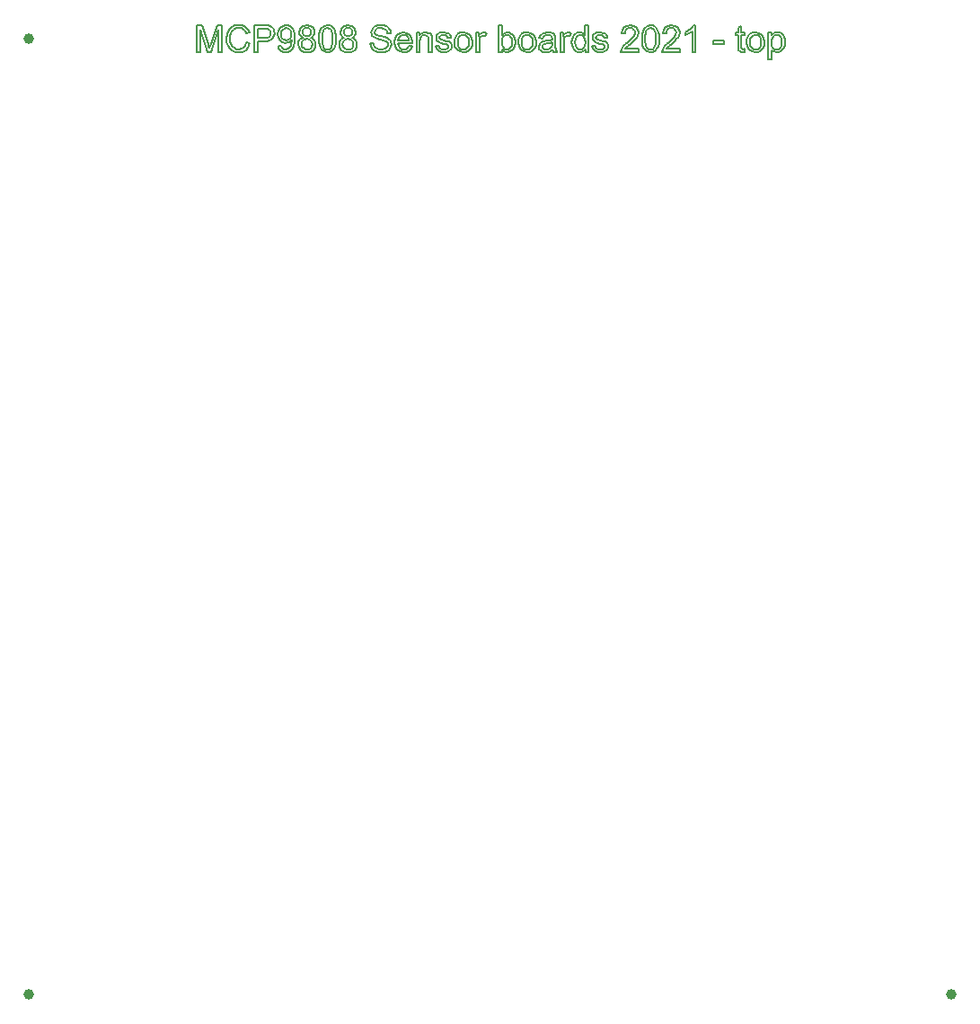
<source format=gtl>
%MOIN*%
%OFA0B0*%
%FSLAX36Y36*%
%IPPOS*%
%LPD*%
%ADD10C,0.03937007874015748*%
%ADD11C,0.0078740157480314977*%
D10*
X000000000Y000000000D02*
X000196850Y003740157D03*
X000196850Y000196850D03*
X003622047Y000196850D03*
D11*
X000819726Y003789302D02*
X000839318Y003789302D01*
X000862599Y003719660D01*
X000865383Y003711156D01*
X000867295Y003705101D01*
X000869442Y003711726D01*
X000872528Y003720868D01*
X000896078Y003789302D01*
X000913589Y003789302D01*
X000913589Y003690944D01*
X000901043Y003690944D01*
X000901043Y003773267D01*
X000872461Y003690944D01*
X000860720Y003690944D01*
X000832273Y003774676D01*
X000832273Y003690944D01*
X000819726Y003690944D01*
X000819726Y003789302D01*
X001017784Y003722143D02*
X001012056Y003708011D01*
X001003058Y003697687D01*
X000991241Y003691372D01*
X000977058Y003689267D01*
X000962643Y003690886D01*
X000951195Y003695742D01*
X000942422Y003703667D01*
X000936032Y003714494D01*
X000932132Y003727225D01*
X000930832Y003740861D01*
X000932300Y003755244D01*
X000936703Y003767665D01*
X000943815Y003777729D01*
X000953409Y003785042D01*
X000964789Y003789494D01*
X000977260Y003790980D01*
X000990847Y003789101D01*
X001002084Y003783465D01*
X001010621Y003774425D01*
X001016107Y003762331D01*
X001003292Y003759312D01*
X000999099Y003768588D01*
X000993363Y003774945D01*
X000986016Y003778618D01*
X000976992Y003779842D01*
X000966584Y003778484D01*
X000958038Y003774408D01*
X000951555Y003768042D01*
X000947337Y003759815D01*
X000945022Y003750514D01*
X000944251Y003740929D01*
X000945165Y003729178D01*
X000947907Y003719023D01*
X000952579Y003710845D01*
X000959280Y003705033D01*
X000967314Y003701562D01*
X000975986Y003700404D01*
X000986082Y003701980D01*
X000994503Y003706711D01*
X001000860Y003714544D01*
X001004768Y003725430D01*
X001017784Y003722143D01*
X001033820Y003789302D02*
X001070922Y003789302D01*
X001079560Y003789068D01*
X001085884Y003788363D01*
X001098028Y003783767D01*
X001102447Y003779700D01*
X001105911Y003774274D01*
X001108150Y003767866D01*
X001108897Y003760855D01*
X001106901Y003749273D01*
X001100912Y003739620D01*
X001096115Y003735819D01*
X001089708Y003733104D01*
X001081690Y003731475D01*
X001072063Y003730932D01*
X001046836Y003730932D01*
X001046836Y003690944D01*
X001033820Y003690944D01*
X001033820Y003789302D01*
X001072264Y003742539D02*
X001083049Y003743712D01*
X001090178Y003747235D01*
X001094153Y003752888D01*
X001095478Y003760452D01*
X001094698Y003766181D01*
X001092358Y003771020D01*
X001088744Y003774668D01*
X001084139Y003776823D01*
X001079460Y003777477D01*
X001071995Y003777695D01*
X001046836Y003777695D01*
X001046836Y003742539D01*
X001072264Y003742539D01*
X001133989Y003714762D02*
X001136136Y003707701D01*
X001139625Y003702887D01*
X001144372Y003700119D01*
X001150293Y003699197D01*
X001160055Y003701746D01*
X001166932Y003708556D01*
X001169398Y003713563D01*
X001171427Y003720063D01*
X001173239Y003734823D01*
X001173171Y003737238D01*
X001168886Y003732014D01*
X001163275Y003727879D01*
X001156742Y003725187D01*
X001149689Y003724290D01*
X001138417Y003726504D01*
X001129024Y003733146D01*
X001122684Y003743411D01*
X001120571Y003756494D01*
X001122776Y003769997D01*
X001129393Y003780580D01*
X001139332Y003787424D01*
X001151501Y003789705D01*
X001160684Y003788413D01*
X001169045Y003784539D01*
X001176040Y003778274D01*
X001181122Y003769812D01*
X001184217Y003758113D01*
X001185248Y003742135D01*
X001184225Y003725204D01*
X001181156Y003712112D01*
X001176065Y003702275D01*
X001168978Y003695104D01*
X001160197Y003690726D01*
X001150024Y003689267D01*
X001139541Y003690869D01*
X001131171Y003695674D01*
X001125318Y003703382D01*
X001122382Y003713689D01*
X001133989Y003714762D01*
X001170446Y003766424D02*
X001166294Y003773603D01*
X001160197Y003778182D01*
X001152977Y003779707D01*
X001145445Y003778064D01*
X001138954Y003773133D01*
X001134476Y003765585D01*
X001132983Y003756092D01*
X001134400Y003747579D01*
X001138652Y003740828D01*
X001144984Y003736425D01*
X001152641Y003734957D01*
X001160281Y003736425D01*
X001166429Y003740828D01*
X001170479Y003747830D01*
X001171830Y003757097D01*
X001170446Y003766424D01*
X001209033Y003747621D02*
X001204437Y003752133D01*
X001201719Y003757735D01*
X001200814Y003764344D01*
X001202743Y003774223D01*
X001208529Y003782391D01*
X001217520Y003787877D01*
X001229060Y003789705D01*
X001240684Y003787835D01*
X001249792Y003782224D01*
X001255679Y003773930D01*
X001257641Y003764008D01*
X001256744Y003757610D01*
X001254052Y003752100D01*
X001249532Y003747612D01*
X001243149Y003744283D01*
X001251125Y003740425D01*
X001256937Y003734756D01*
X001260484Y003727544D01*
X001261667Y003719056D01*
X001259436Y003707449D01*
X001252744Y003697855D01*
X001242411Y003691414D01*
X001229261Y003689267D01*
X001216111Y003691422D01*
X001205779Y003697888D01*
X001199086Y003707575D01*
X001196855Y003719392D01*
X001198071Y003728205D01*
X001201719Y003735460D01*
X001207615Y003740902D01*
X001215574Y003744283D01*
X001209033Y003747621D01*
X001214283Y003758406D02*
X001217654Y003753341D01*
X001222820Y003750020D01*
X001229328Y003748913D01*
X001235677Y003750011D01*
X001240768Y003753307D01*
X001244114Y003758197D01*
X001245229Y003764076D01*
X001244080Y003770189D01*
X001240633Y003775247D01*
X001235476Y003778643D01*
X001229194Y003779775D01*
X001222871Y003778668D01*
X001217721Y003775347D01*
X001214299Y003770482D01*
X001213159Y003764747D01*
X001214283Y003758406D01*
X001211716Y003709328D02*
X001218996Y003701847D01*
X001224011Y003699858D01*
X001229395Y003699197D01*
X001237295Y003700589D01*
X001243686Y003704766D01*
X001247913Y003711088D01*
X001249322Y003718922D01*
X001247871Y003726889D01*
X001243518Y003733347D01*
X001236985Y003737624D01*
X001228993Y003739050D01*
X001221202Y003737641D01*
X001214870Y003733414D01*
X001210668Y003727074D01*
X001209267Y003719325D01*
X001211716Y003709328D01*
X001274305Y003755194D02*
X001276998Y003767531D01*
X001281459Y003776949D01*
X001287665Y003783935D01*
X001295658Y003788263D01*
X001305479Y003789705D01*
X001312908Y003788908D01*
X001319367Y003786518D01*
X001324818Y003782627D01*
X001329228Y003777326D01*
X001332701Y003770667D01*
X001335335Y003762700D01*
X001336995Y003752577D01*
X001337549Y003739453D01*
X001336660Y003723811D01*
X001333993Y003711508D01*
X001329557Y003702082D01*
X001323359Y003695071D01*
X001315350Y003690717D01*
X001305479Y003689267D01*
X001292780Y003691817D01*
X001283136Y003699465D01*
X001278880Y003706568D01*
X001275840Y003715601D01*
X001274015Y003726562D01*
X001273408Y003739453D01*
X001274305Y003755194D01*
X001286175Y003728355D02*
X001287238Y003719283D01*
X001289009Y003712236D01*
X001291490Y003707214D01*
X001297822Y003701201D01*
X001305479Y003699197D01*
X001313136Y003701210D01*
X001319467Y003707248D01*
X001321948Y003712280D01*
X001323719Y003719325D01*
X001324782Y003728382D01*
X001325136Y003739453D01*
X001324782Y003750577D01*
X001323719Y003759664D01*
X001321948Y003766713D01*
X001319467Y003771724D01*
X001313102Y003777712D01*
X001305344Y003779707D01*
X001297864Y003777947D01*
X001292060Y003772663D01*
X001289330Y003767216D01*
X001287380Y003759865D01*
X001286210Y003750611D01*
X001285820Y003739453D01*
X001286175Y003728355D01*
X001361870Y003747621D02*
X001357274Y003752133D01*
X001354557Y003757735D01*
X001353651Y003764344D01*
X001355580Y003774223D01*
X001361367Y003782391D01*
X001370357Y003787877D01*
X001381897Y003789705D01*
X001393521Y003787835D01*
X001402628Y003782224D01*
X001408516Y003773930D01*
X001410479Y003764008D01*
X001409581Y003757610D01*
X001406889Y003752100D01*
X001402369Y003747612D01*
X001395986Y003744283D01*
X001403962Y003740425D01*
X001409774Y003734756D01*
X001413322Y003727544D01*
X001414504Y003719056D01*
X001412274Y003707449D01*
X001405581Y003697855D01*
X001395249Y003691414D01*
X001382099Y003689267D01*
X001368948Y003691422D01*
X001358615Y003697888D01*
X001351924Y003707575D01*
X001349693Y003719392D01*
X001350909Y003728205D01*
X001354557Y003735460D01*
X001360453Y003740902D01*
X001368412Y003744283D01*
X001361870Y003747621D01*
X001367120Y003758406D02*
X001370491Y003753341D01*
X001375658Y003750020D01*
X001382166Y003748913D01*
X001388514Y003750011D01*
X001393605Y003753307D01*
X001396951Y003758197D01*
X001398067Y003764076D01*
X001396918Y003770189D01*
X001393471Y003775247D01*
X001388313Y003778643D01*
X001382032Y003779775D01*
X001375707Y003778668D01*
X001370559Y003775347D01*
X001367137Y003770482D01*
X001365996Y003764747D01*
X001367120Y003758406D01*
X001364553Y003709328D02*
X001371833Y003701847D01*
X001376849Y003699858D01*
X001382233Y003699197D01*
X001390133Y003700589D01*
X001396524Y003704766D01*
X001400750Y003711088D01*
X001402159Y003718922D01*
X001400708Y003726889D01*
X001396356Y003733347D01*
X001389823Y003737624D01*
X001381830Y003739050D01*
X001374039Y003737641D01*
X001367707Y003733414D01*
X001363505Y003727074D01*
X001362105Y003719325D01*
X001364553Y003709328D01*
X001477169Y003723619D02*
X001478620Y003716901D01*
X001481228Y003711508D01*
X001485296Y003707231D01*
X001491124Y003703860D01*
X001498253Y003701671D01*
X001506220Y003700941D01*
X001519370Y003703155D01*
X001524344Y003705780D01*
X001527858Y003709227D01*
X001529946Y003713261D01*
X001530642Y003717646D01*
X001529971Y003721983D01*
X001527958Y003725732D01*
X001524403Y003728911D01*
X001519102Y003731536D01*
X001512745Y003733506D01*
X001501591Y003736333D01*
X001490068Y003739494D01*
X001482604Y003742472D01*
X001476456Y003746606D01*
X001472104Y003751630D01*
X001469512Y003757425D01*
X001468648Y003763874D01*
X001469705Y003771078D01*
X001472875Y003777796D01*
X001478075Y003783491D01*
X001485220Y003787625D01*
X001493791Y003790140D01*
X001503268Y003790980D01*
X001513559Y003790099D01*
X001522557Y003787456D01*
X001529946Y003783105D01*
X001535406Y003777092D01*
X001538861Y003769794D01*
X001540236Y003761593D01*
X001527757Y003760654D01*
X001525551Y003768839D01*
X001520947Y003774743D01*
X001513760Y003778315D01*
X001503805Y003779507D01*
X001493599Y003778425D01*
X001486596Y003775179D01*
X001482545Y003770407D01*
X001481195Y003764747D01*
X001482151Y003759916D01*
X001485019Y003756024D01*
X001487655Y003754303D01*
X001491804Y003752561D01*
X001497467Y003750797D01*
X001504644Y003749013D01*
X001518020Y003745650D01*
X001526415Y003742740D01*
X001533878Y003738253D01*
X001539096Y003732710D01*
X001542165Y003726177D01*
X001543189Y003718720D01*
X001542065Y003711097D01*
X001538693Y003703927D01*
X001533217Y003697754D01*
X001525778Y003693125D01*
X001516829Y003690232D01*
X001506824Y003689267D01*
X001494555Y003690240D01*
X001484449Y003693158D01*
X001476398Y003698031D01*
X001470292Y003704866D01*
X001466376Y003713194D01*
X001464891Y003722545D01*
X001477169Y003723619D01*
X001620681Y003712347D02*
X001616471Y003702635D01*
X001609745Y003695373D01*
X001600654Y003690843D01*
X001589348Y003689334D01*
X001575334Y003691741D01*
X001564558Y003698962D01*
X001557689Y003710527D01*
X001555399Y003725967D01*
X001557713Y003741935D01*
X001564658Y003753877D01*
X001575292Y003761325D01*
X001588677Y003763807D01*
X001601660Y003761374D01*
X001612026Y003754079D01*
X001618819Y003742371D01*
X001621082Y003726705D01*
X001621016Y003723484D01*
X001567879Y003723484D01*
X001569875Y003713119D01*
X001574521Y003705504D01*
X001581230Y003700824D01*
X001589415Y003699264D01*
X001595571Y003700136D01*
X001600754Y003702752D01*
X001604964Y003707281D01*
X001608201Y003713890D01*
X001620681Y003712347D01*
X001608336Y003733414D02*
X001606793Y003741281D01*
X001603773Y003746900D01*
X001597148Y003752133D01*
X001588812Y003753877D01*
X001581155Y003752485D01*
X001574823Y003748309D01*
X001570420Y003741801D01*
X001568550Y003733414D01*
X001608336Y003733414D01*
X001635844Y003762197D02*
X001646713Y003762197D01*
X001646713Y003752066D01*
X001651074Y003757203D01*
X001656307Y003760872D01*
X001662412Y003763073D01*
X001669390Y003763807D01*
X001681232Y003761493D01*
X001685954Y003758817D01*
X001689317Y003755421D01*
X001693074Y003746497D01*
X001693577Y003741885D01*
X001693744Y003734756D01*
X001693744Y003690944D01*
X001681668Y003690944D01*
X001681668Y003734286D01*
X001681316Y003740736D01*
X001680259Y003745323D01*
X001675261Y003751159D01*
X001666841Y003753341D01*
X001659652Y003752116D01*
X001653523Y003748443D01*
X001649321Y003741348D01*
X001647920Y003729858D01*
X001647920Y003690944D01*
X001635844Y003690944D01*
X001635844Y003762197D01*
X001719374Y003714091D02*
X001721278Y003707751D01*
X001724977Y003703088D01*
X001730487Y003700220D01*
X001737825Y003699264D01*
X001745071Y003700111D01*
X001750170Y003702652D01*
X001753189Y003706334D01*
X001754195Y003710603D01*
X001753307Y003714259D01*
X001750640Y003717043D01*
X001746312Y003718872D01*
X001738294Y003721136D01*
X001727048Y003724264D01*
X001719877Y003726939D01*
X001712095Y003733716D01*
X001710107Y003738270D01*
X001709445Y003743277D01*
X001711625Y003752100D01*
X001717563Y003758842D01*
X001725245Y003762365D01*
X001735678Y003763807D01*
X001750404Y003761392D01*
X001755915Y003758549D01*
X001759764Y003754850D01*
X001762314Y003750028D01*
X001763924Y003743814D01*
X001752116Y003742203D01*
X001750547Y003747101D01*
X001747453Y003750791D01*
X001742798Y003753106D01*
X001736550Y003753877D01*
X001729421Y003753190D01*
X001724675Y003751127D01*
X001722008Y003748141D01*
X001721119Y003744686D01*
X001722594Y003740459D01*
X001727223Y003737238D01*
X001730797Y003736131D01*
X001737892Y003734152D01*
X001748769Y003731041D01*
X001755772Y003728550D01*
X001763723Y003722210D01*
X001765886Y003717547D01*
X001766608Y003711877D01*
X001765727Y003706015D01*
X001763085Y003700505D01*
X001758783Y003695775D01*
X001752921Y003692253D01*
X001745842Y003690064D01*
X001737892Y003689334D01*
X001725656Y003690777D01*
X001716724Y003695104D01*
X001710760Y003702266D01*
X001707432Y003712213D01*
X001719374Y003714091D01*
X001777158Y003735825D02*
X001779220Y003743796D01*
X001782660Y003750485D01*
X001787474Y003755890D01*
X001797672Y003761828D01*
X001809882Y003763807D01*
X001823234Y003761400D01*
X001833902Y003754179D01*
X001840896Y003742715D01*
X001843228Y003727577D01*
X001842196Y003715291D01*
X001839101Y003705940D01*
X001834036Y003698936D01*
X001827092Y003693695D01*
X001818848Y003690424D01*
X001809882Y003689334D01*
X001796355Y003691733D01*
X001785695Y003698928D01*
X001778777Y003710636D01*
X001776470Y003726571D01*
X001777158Y003735825D01*
X001790375Y003714603D02*
X001794854Y003706074D01*
X001801597Y003700966D01*
X001809882Y003699264D01*
X001818118Y003700974D01*
X001824844Y003706107D01*
X001829323Y003714746D01*
X001830816Y003726972D01*
X001829314Y003738589D01*
X001824811Y003746999D01*
X001818076Y003752108D01*
X001809882Y003753810D01*
X001801597Y003752116D01*
X001794854Y003747034D01*
X001790375Y003738530D01*
X001788882Y003726571D01*
X001790375Y003714603D01*
X001857250Y003762197D02*
X001868118Y003762197D01*
X001868118Y003751395D01*
X001872120Y003757685D01*
X001875801Y003761392D01*
X001883549Y003763807D01*
X001889706Y003762834D01*
X001895962Y003759916D01*
X001891803Y003748711D01*
X001887375Y003750674D01*
X001882947Y003751328D01*
X001875834Y003748946D01*
X001871340Y003742337D01*
X001869327Y003728248D01*
X001869327Y003690944D01*
X001857250Y003690944D01*
X001857250Y003762197D01*
X001941250Y003690944D02*
X001941250Y003789302D01*
X001953327Y003789302D01*
X001953327Y003754213D01*
X001962032Y003761409D01*
X001972851Y003763807D01*
X001979250Y003763145D01*
X001985297Y003761157D01*
X001994958Y003753709D01*
X002000896Y003742135D01*
X002003043Y003727644D01*
X002000778Y003711408D01*
X001993985Y003699331D01*
X001984021Y003691833D01*
X001972247Y003689334D01*
X001966280Y003689993D01*
X001960992Y003691968D01*
X001956384Y003695259D01*
X001952455Y003699868D01*
X001952455Y003690944D01*
X001941250Y003690944D01*
X001953193Y003716071D02*
X001955809Y003708590D01*
X001962519Y003701595D01*
X001971241Y003699264D01*
X001978621Y003700983D01*
X001984928Y003706140D01*
X001989255Y003714704D01*
X001990698Y003726638D01*
X001989314Y003738765D01*
X001985163Y003747235D01*
X001979049Y003752217D01*
X001971778Y003753877D01*
X001964397Y003752158D01*
X001958091Y003746999D01*
X001953763Y003738589D01*
X001952321Y003727107D01*
X001953193Y003716071D01*
X002013929Y003735825D02*
X002015991Y003743796D01*
X002019429Y003750485D01*
X002024244Y003755890D01*
X002034441Y003761828D01*
X002046653Y003763807D01*
X002060004Y003761400D01*
X002070672Y003754179D01*
X002077667Y003742715D01*
X002079997Y003727577D01*
X002078967Y003715291D01*
X002075872Y003705940D01*
X002070806Y003698936D01*
X002063861Y003693695D01*
X002055618Y003690424D01*
X002046653Y003689334D01*
X002033126Y003691733D01*
X002022466Y003698928D01*
X002015547Y003710636D01*
X002013240Y003726571D01*
X002013929Y003735825D01*
X002027146Y003714603D02*
X002031623Y003706074D01*
X002038367Y003700966D01*
X002046653Y003699264D01*
X002054889Y003700974D01*
X002061615Y003706107D01*
X002066093Y003714746D01*
X002067586Y003726972D01*
X002066085Y003738589D01*
X002061581Y003746999D01*
X002054847Y003752108D01*
X002046653Y003753810D01*
X002038367Y003752116D01*
X002031623Y003747034D01*
X002027146Y003738530D01*
X002025653Y003726571D01*
X002027146Y003714603D01*
X002134067Y003694869D02*
X002127735Y003691681D01*
X002114417Y003689334D01*
X002104034Y003690768D01*
X002096369Y003695071D01*
X002091638Y003701604D01*
X002090062Y003709730D01*
X002092444Y003719291D01*
X002098684Y003726235D01*
X002107372Y003730194D01*
X002111834Y003731116D01*
X002118107Y003732005D01*
X002130804Y003733917D01*
X002139644Y003736165D01*
X002139711Y003739318D01*
X002138856Y003745607D01*
X002136289Y003749718D01*
X002130536Y003752787D01*
X002122535Y003753810D01*
X002115130Y003753064D01*
X002109955Y003750825D01*
X002106425Y003746690D01*
X002103950Y003740258D01*
X002092142Y003741868D01*
X002094272Y003748720D01*
X002097442Y003754112D01*
X002101954Y003758239D01*
X002108110Y003761291D01*
X002124280Y003763807D01*
X002132549Y003763270D01*
X002139107Y003761660D01*
X002144055Y003759237D01*
X002147494Y003756259D01*
X002151251Y003748040D01*
X002151704Y003743712D01*
X002151855Y003736903D01*
X002151855Y003720801D01*
X002151903Y003713154D01*
X002152048Y003707055D01*
X002152289Y003702503D01*
X002152626Y003699499D01*
X002155679Y003690944D01*
X002143066Y003690944D01*
X002140650Y003699734D01*
X002134067Y003694869D01*
X002131425Y003724222D02*
X002119919Y003722143D01*
X002113562Y003721001D01*
X002109385Y003719727D01*
X002104621Y003715802D01*
X002102944Y003710066D01*
X002103858Y003705638D01*
X002106601Y003702015D01*
X002111104Y003699599D01*
X002117302Y003698794D01*
X002123894Y003699556D01*
X002129714Y003701847D01*
X002134427Y003705462D01*
X002137698Y003710199D01*
X002139157Y003715266D01*
X002139644Y003722277D01*
X002139644Y003726705D01*
X002131425Y003724222D01*
X002170439Y003762197D02*
X002181309Y003762197D01*
X002181309Y003751395D01*
X002185309Y003757685D01*
X002188991Y003761392D01*
X002196740Y003763807D01*
X002202896Y003762834D01*
X002209152Y003759916D01*
X002204992Y003748711D01*
X002200564Y003750674D01*
X002196136Y003751328D01*
X002189024Y003748946D01*
X002184529Y003742337D01*
X002182516Y003728248D01*
X002182516Y003690944D01*
X002170439Y003690944D01*
X002170439Y003762197D01*
X002262558Y003699935D02*
X002258771Y003695297D01*
X002254188Y003691983D01*
X002248808Y003689997D01*
X002242631Y003689334D01*
X002234454Y003690508D01*
X002226965Y003694031D01*
X002220625Y003699658D01*
X002215895Y003707147D01*
X002212951Y003716196D01*
X002211970Y003726504D01*
X002212859Y003736677D01*
X002215526Y003745860D01*
X002219971Y003753534D01*
X002226194Y003759178D01*
X002233725Y003762650D01*
X002242095Y003763807D01*
X002248183Y003763128D01*
X002253567Y003761090D01*
X002261753Y003754011D01*
X002261753Y003789302D01*
X002273762Y003789302D01*
X002273762Y003690944D01*
X002262558Y003690944D01*
X002262558Y003699935D01*
X002225825Y003714544D02*
X002230152Y003706039D01*
X002236442Y003700958D01*
X002243772Y003699264D01*
X002251093Y003700883D01*
X002257224Y003705738D01*
X002261375Y003713915D01*
X002262759Y003725497D01*
X002261350Y003738178D01*
X002257123Y003746967D01*
X002250833Y003752100D01*
X002243235Y003753810D01*
X002235847Y003752167D01*
X002229783Y003747235D01*
X002225732Y003738765D01*
X002224382Y003726504D01*
X002225825Y003714544D01*
X002299862Y003714091D02*
X002301765Y003707751D01*
X002305464Y003703088D01*
X002310974Y003700220D01*
X002318312Y003699264D01*
X002325558Y003700111D01*
X002330657Y003702652D01*
X002333676Y003706334D01*
X002334683Y003710603D01*
X002333794Y003714259D01*
X002331127Y003717043D01*
X002326799Y003718872D01*
X002318782Y003721136D01*
X002307535Y003724264D01*
X002300365Y003726939D01*
X002292582Y003733716D01*
X002290594Y003738270D01*
X002289932Y003743277D01*
X002292112Y003752100D01*
X002298050Y003758842D01*
X002305732Y003762365D01*
X002316165Y003763807D01*
X002330892Y003761392D01*
X002336402Y003758549D01*
X002340251Y003754850D01*
X002342801Y003750028D01*
X002344411Y003743814D01*
X002332603Y003742203D01*
X002331035Y003747101D01*
X002327940Y003750791D01*
X002323285Y003753106D01*
X002317037Y003753877D01*
X002309909Y003753190D01*
X002305162Y003751127D01*
X002302495Y003748141D01*
X002301606Y003744686D01*
X002303082Y003740459D01*
X002307711Y003737238D01*
X002311284Y003736131D01*
X002318379Y003734152D01*
X002329257Y003731041D01*
X002336259Y003728550D01*
X002344210Y003722210D01*
X002346374Y003717547D01*
X002347095Y003711877D01*
X002346214Y003706015D01*
X002343573Y003700505D01*
X002339270Y003695775D01*
X002333408Y003692253D01*
X002326330Y003690064D01*
X002318379Y003689334D01*
X002306143Y003690777D01*
X002297211Y003695104D01*
X002291249Y003702266D01*
X002287919Y003712213D01*
X002299862Y003714091D01*
X002459744Y003690944D02*
X002394731Y003690944D01*
X002396140Y003699331D01*
X002399369Y003705922D01*
X002404090Y003712414D01*
X002410774Y003719358D01*
X002419891Y003727309D01*
X002427258Y003733542D01*
X002433326Y003739091D01*
X002438094Y003743958D01*
X002441562Y003748141D01*
X002445788Y003755613D01*
X002447197Y003762667D01*
X002445914Y003769284D01*
X002442065Y003774777D01*
X002436152Y003778474D01*
X002428680Y003779707D01*
X002420830Y003778400D01*
X002414724Y003774475D01*
X002410783Y003768235D01*
X002409424Y003759982D01*
X002397012Y003761258D01*
X002400048Y003773493D01*
X002406606Y003782425D01*
X002416352Y003787885D01*
X002428948Y003789705D01*
X002441629Y003787743D01*
X002451357Y003781855D01*
X002457547Y003773065D01*
X002459610Y003762398D01*
X002457194Y003750791D01*
X002453982Y003744937D01*
X002449177Y003738782D01*
X002441721Y003731301D01*
X002430558Y003721472D01*
X002421635Y003713815D01*
X002416603Y003709093D01*
X002411504Y003702551D01*
X002459744Y003702551D01*
X002459744Y003690944D01*
X002473590Y003755194D02*
X002476282Y003767531D01*
X002480744Y003776949D01*
X002486950Y003783935D01*
X002494942Y003788263D01*
X002504763Y003789705D01*
X002512194Y003788908D01*
X002518651Y003786518D01*
X002524103Y003782627D01*
X002528514Y003777326D01*
X002531986Y003770667D01*
X002534618Y003762700D01*
X002536279Y003752577D01*
X002536833Y003739453D01*
X002535944Y003723811D01*
X002533278Y003711508D01*
X002528841Y003702082D01*
X002522643Y003695071D01*
X002514634Y003690717D01*
X002504763Y003689267D01*
X002492066Y003691817D01*
X002482421Y003699465D01*
X002478165Y003706568D01*
X002475125Y003715601D01*
X002473301Y003726562D01*
X002472693Y003739453D01*
X002473590Y003755194D01*
X002485459Y003728355D02*
X002486522Y003719283D01*
X002488294Y003712236D01*
X002490774Y003707214D01*
X002497106Y003701201D01*
X002504763Y003699197D01*
X002512420Y003701210D01*
X002518752Y003707248D01*
X002521232Y003712280D01*
X002523004Y003719325D01*
X002524067Y003728382D01*
X002524421Y003739453D01*
X002524067Y003750577D01*
X002523004Y003759664D01*
X002521232Y003766713D01*
X002518752Y003771724D01*
X002512387Y003777712D01*
X002504629Y003779707D01*
X002497148Y003777947D01*
X002491345Y003772663D01*
X002488615Y003767216D01*
X002486665Y003759865D01*
X002485495Y003750611D01*
X002485105Y003739453D01*
X002485459Y003728355D01*
X002612581Y003690944D02*
X002547568Y003690944D01*
X002548976Y003699331D01*
X002552206Y003705922D01*
X002556928Y003712414D01*
X002563612Y003719358D01*
X002572728Y003727309D01*
X002580096Y003733542D01*
X002586163Y003739091D01*
X002590931Y003743958D01*
X002594398Y003748141D01*
X002598626Y003755613D01*
X002600034Y003762667D01*
X002598752Y003769284D01*
X002594902Y003774777D01*
X002588990Y003778474D01*
X002581517Y003779707D01*
X002573667Y003778400D01*
X002567562Y003774475D01*
X002563620Y003768235D01*
X002562262Y003759982D01*
X002549849Y003761258D01*
X002552885Y003773493D01*
X002559444Y003782425D01*
X002569189Y003787885D01*
X002581785Y003789705D01*
X002594466Y003787743D01*
X002604195Y003781855D01*
X002610384Y003773065D01*
X002612447Y003762398D01*
X002610032Y003750791D01*
X002606820Y003744937D01*
X002602014Y003738782D01*
X002594557Y003731301D01*
X002583396Y003721472D01*
X002574473Y003713815D01*
X002569441Y003709093D01*
X002564342Y003702551D01*
X002612581Y003702551D01*
X002612581Y003690944D01*
X002658942Y003690944D02*
X002658942Y003767900D01*
X002653902Y003763739D01*
X002647503Y003759580D01*
X002634789Y003753341D01*
X002634789Y003765015D01*
X002652502Y003776555D01*
X002658976Y003783231D01*
X002663236Y003789705D01*
X002671019Y003789705D01*
X002671019Y003690944D01*
X002658942Y003690944D01*
X002738783Y003732609D02*
X002775885Y003732609D01*
X002775885Y003720465D01*
X002738783Y003720465D01*
X002738783Y003732609D01*
X002855524Y003691079D02*
X002846400Y003690005D01*
X002840563Y003690525D01*
X002836202Y003692085D01*
X002831103Y003697553D01*
X002829996Y003702811D01*
X002829627Y003711810D01*
X002829627Y003752804D01*
X002820769Y003752804D01*
X002820769Y003762197D01*
X002829627Y003762197D01*
X002829627Y003779842D01*
X002841636Y003787088D01*
X002841636Y003762197D01*
X002853780Y003762197D01*
X002853780Y003752804D01*
X002841636Y003752804D01*
X002841636Y003711139D01*
X002841796Y003706896D01*
X002842274Y003704497D01*
X002844354Y003702149D01*
X002848480Y003701276D01*
X002853780Y003701746D01*
X002855524Y003691079D01*
X002861781Y003735825D02*
X002863844Y003743796D01*
X002867282Y003750485D01*
X002872096Y003755890D01*
X002882295Y003761828D01*
X002894505Y003763807D01*
X002907857Y003761400D01*
X002918525Y003754179D01*
X002925519Y003742715D01*
X002927851Y003727577D01*
X002926819Y003715291D01*
X002923724Y003705940D01*
X002918659Y003698936D01*
X002911715Y003693695D01*
X002903471Y003690424D01*
X002894505Y003689334D01*
X002880977Y003691733D01*
X002870318Y003698928D01*
X002863399Y003710636D01*
X002861093Y003726571D01*
X002861781Y003735825D01*
X002874998Y003714603D02*
X002879477Y003706074D01*
X002886218Y003700966D01*
X002894505Y003699264D01*
X002902740Y003700974D01*
X002909467Y003706107D01*
X002913945Y003714746D01*
X002915438Y003726972D01*
X002913937Y003738589D01*
X002909434Y003746999D01*
X002902699Y003752108D01*
X002894505Y003753810D01*
X002886218Y003752116D01*
X002879477Y003747034D01*
X002874998Y003738530D01*
X002873505Y003726571D01*
X002874998Y003714603D01*
X002942007Y003762197D02*
X002953010Y003762197D01*
X002953010Y003752937D01*
X002957153Y003757693D01*
X002961800Y003761090D01*
X002967217Y003763128D01*
X002973675Y003763807D01*
X002982263Y003762633D01*
X002989777Y003759111D01*
X002995899Y003753450D01*
X003000310Y003745860D01*
X003002978Y003736895D01*
X003003867Y003727107D01*
X003002885Y003716716D01*
X002999942Y003707416D01*
X002995128Y003699683D01*
X002988536Y003693997D01*
X002980862Y003690500D01*
X002972803Y003689334D01*
X002961967Y003691884D01*
X002954084Y003698325D01*
X002954084Y003663638D01*
X002942007Y003663638D01*
X002942007Y003762197D01*
X002954335Y003714209D02*
X002958512Y003705839D01*
X002964668Y003700908D01*
X002971998Y003699264D01*
X002979470Y003700966D01*
X002985785Y003706074D01*
X002990088Y003714754D01*
X002991522Y003727175D01*
X002990121Y003739083D01*
X002985919Y003747571D01*
X002979772Y003752653D01*
X002972534Y003754347D01*
X002965263Y003752544D01*
X002958881Y003747135D01*
X002954428Y003738287D01*
X002952943Y003726167D01*
X002954335Y003714209D01*
M02*
</source>
